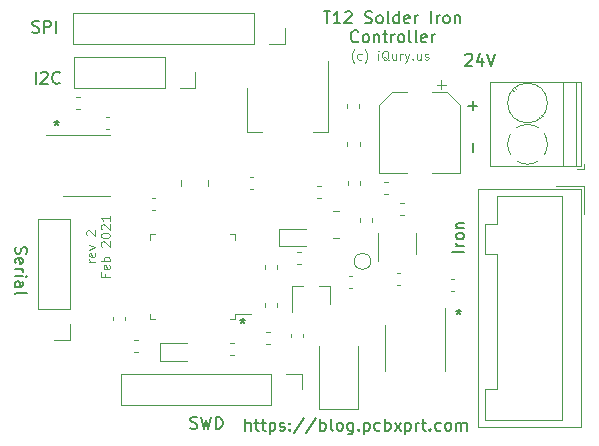
<source format=gto>
%TF.GenerationSoftware,KiCad,Pcbnew,5.99.0-unknown-70e6d0e79f~115~ubuntu20.04.1*%
%TF.CreationDate,2021-02-01T17:32:16-08:00*%
%TF.ProjectId,T12_Control,5431325f-436f-46e7-9472-6f6c2e6b6963,rev?*%
%TF.SameCoordinates,PXba85060PY68290a0*%
%TF.FileFunction,Legend,Top*%
%TF.FilePolarity,Positive*%
%FSLAX46Y46*%
G04 Gerber Fmt 4.6, Leading zero omitted, Abs format (unit mm)*
G04 Created by KiCad (PCBNEW 5.99.0-unknown-70e6d0e79f~115~ubuntu20.04.1) date 2021-02-01 17:32:16*
%MOMM*%
%LPD*%
G01*
G04 APERTURE LIST*
%ADD10C,0.101600*%
%ADD11C,0.150000*%
%ADD12C,0.120000*%
G04 APERTURE END LIST*
D10*
X7351304Y15439572D02*
X6843304Y15439572D01*
X6988447Y15439572D02*
X6915875Y15475858D01*
X6879590Y15512143D01*
X6843304Y15584715D01*
X6843304Y15657286D01*
X7315018Y16201572D02*
X7351304Y16129000D01*
X7351304Y15983858D01*
X7315018Y15911286D01*
X7242447Y15875000D01*
X6952161Y15875000D01*
X6879590Y15911286D01*
X6843304Y15983858D01*
X6843304Y16129000D01*
X6879590Y16201572D01*
X6952161Y16237858D01*
X7024732Y16237858D01*
X7097304Y15875000D01*
X6843304Y16491858D02*
X7351304Y16673286D01*
X6843304Y16854715D01*
X6661875Y17689286D02*
X6625590Y17725572D01*
X6589304Y17798143D01*
X6589304Y17979572D01*
X6625590Y18052143D01*
X6661875Y18088429D01*
X6734447Y18124715D01*
X6807018Y18124715D01*
X6915875Y18088429D01*
X7351304Y17653000D01*
X7351304Y18124715D01*
X8178981Y14459858D02*
X8178981Y14205858D01*
X8578124Y14205858D02*
X7816124Y14205858D01*
X7816124Y14568715D01*
X8541838Y15149286D02*
X8578124Y15076715D01*
X8578124Y14931572D01*
X8541838Y14859000D01*
X8469267Y14822715D01*
X8178981Y14822715D01*
X8106410Y14859000D01*
X8070124Y14931572D01*
X8070124Y15076715D01*
X8106410Y15149286D01*
X8178981Y15185572D01*
X8251552Y15185572D01*
X8324124Y14822715D01*
X8578124Y15512143D02*
X7816124Y15512143D01*
X8106410Y15512143D02*
X8070124Y15584715D01*
X8070124Y15729858D01*
X8106410Y15802429D01*
X8142695Y15838715D01*
X8215267Y15875000D01*
X8432981Y15875000D01*
X8505552Y15838715D01*
X8541838Y15802429D01*
X8578124Y15729858D01*
X8578124Y15584715D01*
X8541838Y15512143D01*
X7888695Y16745858D02*
X7852410Y16782143D01*
X7816124Y16854715D01*
X7816124Y17036143D01*
X7852410Y17108715D01*
X7888695Y17145000D01*
X7961267Y17181286D01*
X8033838Y17181286D01*
X8142695Y17145000D01*
X8578124Y16709572D01*
X8578124Y17181286D01*
X7816124Y17653000D02*
X7816124Y17725572D01*
X7852410Y17798143D01*
X7888695Y17834429D01*
X7961267Y17870715D01*
X8106410Y17907000D01*
X8287838Y17907000D01*
X8432981Y17870715D01*
X8505552Y17834429D01*
X8541838Y17798143D01*
X8578124Y17725572D01*
X8578124Y17653000D01*
X8541838Y17580429D01*
X8505552Y17544143D01*
X8432981Y17507858D01*
X8287838Y17471572D01*
X8106410Y17471572D01*
X7961267Y17507858D01*
X7888695Y17544143D01*
X7852410Y17580429D01*
X7816124Y17653000D01*
X7888695Y18197286D02*
X7852410Y18233572D01*
X7816124Y18306143D01*
X7816124Y18487572D01*
X7852410Y18560143D01*
X7888695Y18596429D01*
X7961267Y18632715D01*
X8033838Y18632715D01*
X8142695Y18596429D01*
X8578124Y18161000D01*
X8578124Y18632715D01*
X8578124Y19358429D02*
X8578124Y18923000D01*
X8578124Y19140715D02*
X7816124Y19140715D01*
X7924981Y19068143D01*
X7997552Y18995572D01*
X8033838Y18923000D01*
D11*
X39298571Y29066858D02*
X39298571Y28304953D01*
X38917619Y28685905D02*
X39679523Y28685905D01*
X39298571Y25543048D02*
X39298571Y24781143D01*
X2024190Y34901239D02*
X2167047Y34853620D01*
X2405142Y34853620D01*
X2500380Y34901239D01*
X2548000Y34948858D01*
X2595619Y35044096D01*
X2595619Y35139334D01*
X2548000Y35234572D01*
X2500380Y35282191D01*
X2405142Y35329810D01*
X2214666Y35377429D01*
X2119428Y35425048D01*
X2071809Y35472667D01*
X2024190Y35567905D01*
X2024190Y35663143D01*
X2071809Y35758381D01*
X2119428Y35806000D01*
X2214666Y35853620D01*
X2452761Y35853620D01*
X2595619Y35806000D01*
X3024190Y34853620D02*
X3024190Y35853620D01*
X3405142Y35853620D01*
X3500380Y35806000D01*
X3548000Y35758381D01*
X3595619Y35663143D01*
X3595619Y35520286D01*
X3548000Y35425048D01*
X3500380Y35377429D01*
X3405142Y35329810D01*
X3024190Y35329810D01*
X4024190Y34853620D02*
X4024190Y35853620D01*
X38100000Y11469620D02*
X38100000Y11231524D01*
X37861904Y11326762D02*
X38100000Y11231524D01*
X38338095Y11326762D01*
X37957142Y11041048D02*
X38100000Y11231524D01*
X38242857Y11041048D01*
X38552380Y16311715D02*
X37552380Y16311715D01*
X38552380Y16787905D02*
X37885714Y16787905D01*
X38076190Y16787905D02*
X37980952Y16835524D01*
X37933333Y16883143D01*
X37885714Y16978381D01*
X37885714Y17073620D01*
X38552380Y17549810D02*
X38504761Y17454572D01*
X38457142Y17406953D01*
X38361904Y17359334D01*
X38076190Y17359334D01*
X37980952Y17406953D01*
X37933333Y17454572D01*
X37885714Y17549810D01*
X37885714Y17692667D01*
X37933333Y17787905D01*
X37980952Y17835524D01*
X38076190Y17883143D01*
X38361904Y17883143D01*
X38457142Y17835524D01*
X38504761Y17787905D01*
X38552380Y17692667D01*
X38552380Y17549810D01*
X37885714Y18311715D02*
X38552380Y18311715D01*
X37980952Y18311715D02*
X37933333Y18359334D01*
X37885714Y18454572D01*
X37885714Y18597429D01*
X37933333Y18692667D01*
X38028571Y18740286D01*
X38552380Y18740286D01*
X2325809Y30535620D02*
X2325809Y31535620D01*
X2754380Y31440381D02*
X2802000Y31488000D01*
X2897238Y31535620D01*
X3135333Y31535620D01*
X3230571Y31488000D01*
X3278190Y31440381D01*
X3325809Y31345143D01*
X3325809Y31249905D01*
X3278190Y31107048D01*
X2706761Y30535620D01*
X3325809Y30535620D01*
X4325809Y30630858D02*
X4278190Y30583239D01*
X4135333Y30535620D01*
X4040095Y30535620D01*
X3897238Y30583239D01*
X3802000Y30678477D01*
X3754380Y30773715D01*
X3706761Y30964191D01*
X3706761Y31107048D01*
X3754380Y31297524D01*
X3802000Y31392762D01*
X3897238Y31488000D01*
X4040095Y31535620D01*
X4135333Y31535620D01*
X4278190Y31488000D01*
X4325809Y31440381D01*
X15406857Y1373239D02*
X15549714Y1325620D01*
X15787809Y1325620D01*
X15883047Y1373239D01*
X15930666Y1420858D01*
X15978285Y1516096D01*
X15978285Y1611334D01*
X15930666Y1706572D01*
X15883047Y1754191D01*
X15787809Y1801810D01*
X15597333Y1849429D01*
X15502095Y1897048D01*
X15454476Y1944667D01*
X15406857Y2039905D01*
X15406857Y2135143D01*
X15454476Y2230381D01*
X15502095Y2278000D01*
X15597333Y2325620D01*
X15835428Y2325620D01*
X15978285Y2278000D01*
X16311619Y2325620D02*
X16549714Y1325620D01*
X16740190Y2039905D01*
X16930666Y1325620D01*
X17168761Y2325620D01*
X17549714Y1325620D02*
X17549714Y2325620D01*
X17787809Y2325620D01*
X17930666Y2278000D01*
X18025904Y2182762D01*
X18073523Y2087524D01*
X18121142Y1897048D01*
X18121142Y1754191D01*
X18073523Y1563715D01*
X18025904Y1468477D01*
X17930666Y1373239D01*
X17787809Y1325620D01*
X17549714Y1325620D01*
X26678666Y36658620D02*
X27250095Y36658620D01*
X26964380Y35658620D02*
X26964380Y36658620D01*
X28107238Y35658620D02*
X27535809Y35658620D01*
X27821523Y35658620D02*
X27821523Y36658620D01*
X27726285Y36515762D01*
X27631047Y36420524D01*
X27535809Y36372905D01*
X28488190Y36563381D02*
X28535809Y36611000D01*
X28631047Y36658620D01*
X28869142Y36658620D01*
X28964380Y36611000D01*
X29012000Y36563381D01*
X29059619Y36468143D01*
X29059619Y36372905D01*
X29012000Y36230048D01*
X28440571Y35658620D01*
X29059619Y35658620D01*
X30202476Y35706239D02*
X30345333Y35658620D01*
X30583428Y35658620D01*
X30678666Y35706239D01*
X30726285Y35753858D01*
X30773904Y35849096D01*
X30773904Y35944334D01*
X30726285Y36039572D01*
X30678666Y36087191D01*
X30583428Y36134810D01*
X30392952Y36182429D01*
X30297714Y36230048D01*
X30250095Y36277667D01*
X30202476Y36372905D01*
X30202476Y36468143D01*
X30250095Y36563381D01*
X30297714Y36611000D01*
X30392952Y36658620D01*
X30631047Y36658620D01*
X30773904Y36611000D01*
X31345333Y35658620D02*
X31250095Y35706239D01*
X31202476Y35753858D01*
X31154857Y35849096D01*
X31154857Y36134810D01*
X31202476Y36230048D01*
X31250095Y36277667D01*
X31345333Y36325286D01*
X31488190Y36325286D01*
X31583428Y36277667D01*
X31631047Y36230048D01*
X31678666Y36134810D01*
X31678666Y35849096D01*
X31631047Y35753858D01*
X31583428Y35706239D01*
X31488190Y35658620D01*
X31345333Y35658620D01*
X32250095Y35658620D02*
X32154857Y35706239D01*
X32107238Y35801477D01*
X32107238Y36658620D01*
X33059619Y35658620D02*
X33059619Y36658620D01*
X33059619Y35706239D02*
X32964380Y35658620D01*
X32773904Y35658620D01*
X32678666Y35706239D01*
X32631047Y35753858D01*
X32583428Y35849096D01*
X32583428Y36134810D01*
X32631047Y36230048D01*
X32678666Y36277667D01*
X32773904Y36325286D01*
X32964380Y36325286D01*
X33059619Y36277667D01*
X33916761Y35706239D02*
X33821523Y35658620D01*
X33631047Y35658620D01*
X33535809Y35706239D01*
X33488190Y35801477D01*
X33488190Y36182429D01*
X33535809Y36277667D01*
X33631047Y36325286D01*
X33821523Y36325286D01*
X33916761Y36277667D01*
X33964380Y36182429D01*
X33964380Y36087191D01*
X33488190Y35991953D01*
X34392952Y35658620D02*
X34392952Y36325286D01*
X34392952Y36134810D02*
X34440571Y36230048D01*
X34488190Y36277667D01*
X34583428Y36325286D01*
X34678666Y36325286D01*
X35773904Y35658620D02*
X35773904Y36658620D01*
X36250095Y35658620D02*
X36250095Y36325286D01*
X36250095Y36134810D02*
X36297714Y36230048D01*
X36345333Y36277667D01*
X36440571Y36325286D01*
X36535809Y36325286D01*
X37012000Y35658620D02*
X36916761Y35706239D01*
X36869142Y35753858D01*
X36821523Y35849096D01*
X36821523Y36134810D01*
X36869142Y36230048D01*
X36916761Y36277667D01*
X37012000Y36325286D01*
X37154857Y36325286D01*
X37250095Y36277667D01*
X37297714Y36230048D01*
X37345333Y36134810D01*
X37345333Y35849096D01*
X37297714Y35753858D01*
X37250095Y35706239D01*
X37154857Y35658620D01*
X37012000Y35658620D01*
X37773904Y36325286D02*
X37773904Y35658620D01*
X37773904Y36230048D02*
X37821523Y36277667D01*
X37916761Y36325286D01*
X38059619Y36325286D01*
X38154857Y36277667D01*
X38202476Y36182429D01*
X38202476Y35658620D01*
X29607238Y34143858D02*
X29559619Y34096239D01*
X29416761Y34048620D01*
X29321523Y34048620D01*
X29178666Y34096239D01*
X29083428Y34191477D01*
X29035809Y34286715D01*
X28988190Y34477191D01*
X28988190Y34620048D01*
X29035809Y34810524D01*
X29083428Y34905762D01*
X29178666Y35001000D01*
X29321523Y35048620D01*
X29416761Y35048620D01*
X29559619Y35001000D01*
X29607238Y34953381D01*
X30178666Y34048620D02*
X30083428Y34096239D01*
X30035809Y34143858D01*
X29988190Y34239096D01*
X29988190Y34524810D01*
X30035809Y34620048D01*
X30083428Y34667667D01*
X30178666Y34715286D01*
X30321523Y34715286D01*
X30416761Y34667667D01*
X30464380Y34620048D01*
X30512000Y34524810D01*
X30512000Y34239096D01*
X30464380Y34143858D01*
X30416761Y34096239D01*
X30321523Y34048620D01*
X30178666Y34048620D01*
X30940571Y34715286D02*
X30940571Y34048620D01*
X30940571Y34620048D02*
X30988190Y34667667D01*
X31083428Y34715286D01*
X31226285Y34715286D01*
X31321523Y34667667D01*
X31369142Y34572429D01*
X31369142Y34048620D01*
X31702476Y34715286D02*
X32083428Y34715286D01*
X31845333Y35048620D02*
X31845333Y34191477D01*
X31892952Y34096239D01*
X31988190Y34048620D01*
X32083428Y34048620D01*
X32416761Y34048620D02*
X32416761Y34715286D01*
X32416761Y34524810D02*
X32464380Y34620048D01*
X32512000Y34667667D01*
X32607238Y34715286D01*
X32702476Y34715286D01*
X33178666Y34048620D02*
X33083428Y34096239D01*
X33035809Y34143858D01*
X32988190Y34239096D01*
X32988190Y34524810D01*
X33035809Y34620048D01*
X33083428Y34667667D01*
X33178666Y34715286D01*
X33321523Y34715286D01*
X33416761Y34667667D01*
X33464380Y34620048D01*
X33512000Y34524810D01*
X33512000Y34239096D01*
X33464380Y34143858D01*
X33416761Y34096239D01*
X33321523Y34048620D01*
X33178666Y34048620D01*
X34083428Y34048620D02*
X33988190Y34096239D01*
X33940571Y34191477D01*
X33940571Y35048620D01*
X34607238Y34048620D02*
X34512000Y34096239D01*
X34464380Y34191477D01*
X34464380Y35048620D01*
X35369142Y34096239D02*
X35273904Y34048620D01*
X35083428Y34048620D01*
X34988190Y34096239D01*
X34940571Y34191477D01*
X34940571Y34572429D01*
X34988190Y34667667D01*
X35083428Y34715286D01*
X35273904Y34715286D01*
X35369142Y34667667D01*
X35416761Y34572429D01*
X35416761Y34477191D01*
X34940571Y34381953D01*
X35845333Y34048620D02*
X35845333Y34715286D01*
X35845333Y34524810D02*
X35892952Y34620048D01*
X35940571Y34667667D01*
X36035809Y34715286D01*
X36131047Y34715286D01*
X20062857Y1167620D02*
X20062857Y2167620D01*
X20491428Y1167620D02*
X20491428Y1691429D01*
X20443809Y1786667D01*
X20348571Y1834286D01*
X20205714Y1834286D01*
X20110476Y1786667D01*
X20062857Y1739048D01*
X20824761Y1834286D02*
X21205714Y1834286D01*
X20967619Y2167620D02*
X20967619Y1310477D01*
X21015238Y1215239D01*
X21110476Y1167620D01*
X21205714Y1167620D01*
X21396190Y1834286D02*
X21777142Y1834286D01*
X21539047Y2167620D02*
X21539047Y1310477D01*
X21586666Y1215239D01*
X21681904Y1167620D01*
X21777142Y1167620D01*
X22110476Y1834286D02*
X22110476Y834286D01*
X22110476Y1786667D02*
X22205714Y1834286D01*
X22396190Y1834286D01*
X22491428Y1786667D01*
X22539047Y1739048D01*
X22586666Y1643810D01*
X22586666Y1358096D01*
X22539047Y1262858D01*
X22491428Y1215239D01*
X22396190Y1167620D01*
X22205714Y1167620D01*
X22110476Y1215239D01*
X22967619Y1215239D02*
X23062857Y1167620D01*
X23253333Y1167620D01*
X23348571Y1215239D01*
X23396190Y1310477D01*
X23396190Y1358096D01*
X23348571Y1453334D01*
X23253333Y1500953D01*
X23110476Y1500953D01*
X23015238Y1548572D01*
X22967619Y1643810D01*
X22967619Y1691429D01*
X23015238Y1786667D01*
X23110476Y1834286D01*
X23253333Y1834286D01*
X23348571Y1786667D01*
X23824761Y1262858D02*
X23872380Y1215239D01*
X23824761Y1167620D01*
X23777142Y1215239D01*
X23824761Y1262858D01*
X23824761Y1167620D01*
X23824761Y1786667D02*
X23872380Y1739048D01*
X23824761Y1691429D01*
X23777142Y1739048D01*
X23824761Y1786667D01*
X23824761Y1691429D01*
X25015238Y2215239D02*
X24158095Y929524D01*
X26062857Y2215239D02*
X25205714Y929524D01*
X26396190Y1167620D02*
X26396190Y2167620D01*
X26396190Y1786667D02*
X26491428Y1834286D01*
X26681904Y1834286D01*
X26777142Y1786667D01*
X26824761Y1739048D01*
X26872380Y1643810D01*
X26872380Y1358096D01*
X26824761Y1262858D01*
X26777142Y1215239D01*
X26681904Y1167620D01*
X26491428Y1167620D01*
X26396190Y1215239D01*
X27443809Y1167620D02*
X27348571Y1215239D01*
X27300952Y1310477D01*
X27300952Y2167620D01*
X27967619Y1167620D02*
X27872380Y1215239D01*
X27824761Y1262858D01*
X27777142Y1358096D01*
X27777142Y1643810D01*
X27824761Y1739048D01*
X27872380Y1786667D01*
X27967619Y1834286D01*
X28110476Y1834286D01*
X28205714Y1786667D01*
X28253333Y1739048D01*
X28300952Y1643810D01*
X28300952Y1358096D01*
X28253333Y1262858D01*
X28205714Y1215239D01*
X28110476Y1167620D01*
X27967619Y1167620D01*
X29158095Y1834286D02*
X29158095Y1024762D01*
X29110476Y929524D01*
X29062857Y881905D01*
X28967619Y834286D01*
X28824761Y834286D01*
X28729523Y881905D01*
X29158095Y1215239D02*
X29062857Y1167620D01*
X28872380Y1167620D01*
X28777142Y1215239D01*
X28729523Y1262858D01*
X28681904Y1358096D01*
X28681904Y1643810D01*
X28729523Y1739048D01*
X28777142Y1786667D01*
X28872380Y1834286D01*
X29062857Y1834286D01*
X29158095Y1786667D01*
X29634285Y1262858D02*
X29681904Y1215239D01*
X29634285Y1167620D01*
X29586666Y1215239D01*
X29634285Y1262858D01*
X29634285Y1167620D01*
X30110476Y1834286D02*
X30110476Y834286D01*
X30110476Y1786667D02*
X30205714Y1834286D01*
X30396190Y1834286D01*
X30491428Y1786667D01*
X30539047Y1739048D01*
X30586666Y1643810D01*
X30586666Y1358096D01*
X30539047Y1262858D01*
X30491428Y1215239D01*
X30396190Y1167620D01*
X30205714Y1167620D01*
X30110476Y1215239D01*
X31443809Y1215239D02*
X31348571Y1167620D01*
X31158095Y1167620D01*
X31062857Y1215239D01*
X31015238Y1262858D01*
X30967619Y1358096D01*
X30967619Y1643810D01*
X31015238Y1739048D01*
X31062857Y1786667D01*
X31158095Y1834286D01*
X31348571Y1834286D01*
X31443809Y1786667D01*
X31872380Y1167620D02*
X31872380Y2167620D01*
X31872380Y1786667D02*
X31967619Y1834286D01*
X32158095Y1834286D01*
X32253333Y1786667D01*
X32300952Y1739048D01*
X32348571Y1643810D01*
X32348571Y1358096D01*
X32300952Y1262858D01*
X32253333Y1215239D01*
X32158095Y1167620D01*
X31967619Y1167620D01*
X31872380Y1215239D01*
X32681904Y1167620D02*
X33205714Y1834286D01*
X32681904Y1834286D02*
X33205714Y1167620D01*
X33586666Y1834286D02*
X33586666Y834286D01*
X33586666Y1786667D02*
X33681904Y1834286D01*
X33872380Y1834286D01*
X33967619Y1786667D01*
X34015238Y1739048D01*
X34062857Y1643810D01*
X34062857Y1358096D01*
X34015238Y1262858D01*
X33967619Y1215239D01*
X33872380Y1167620D01*
X33681904Y1167620D01*
X33586666Y1215239D01*
X34491428Y1167620D02*
X34491428Y1834286D01*
X34491428Y1643810D02*
X34539047Y1739048D01*
X34586666Y1786667D01*
X34681904Y1834286D01*
X34777142Y1834286D01*
X34967619Y1834286D02*
X35348571Y1834286D01*
X35110476Y2167620D02*
X35110476Y1310477D01*
X35158095Y1215239D01*
X35253333Y1167620D01*
X35348571Y1167620D01*
X35681904Y1262858D02*
X35729523Y1215239D01*
X35681904Y1167620D01*
X35634285Y1215239D01*
X35681904Y1262858D01*
X35681904Y1167620D01*
X36586666Y1215239D02*
X36491428Y1167620D01*
X36300952Y1167620D01*
X36205714Y1215239D01*
X36158095Y1262858D01*
X36110476Y1358096D01*
X36110476Y1643810D01*
X36158095Y1739048D01*
X36205714Y1786667D01*
X36300952Y1834286D01*
X36491428Y1834286D01*
X36586666Y1786667D01*
X37158095Y1167620D02*
X37062857Y1215239D01*
X37015238Y1262858D01*
X36967619Y1358096D01*
X36967619Y1643810D01*
X37015238Y1739048D01*
X37062857Y1786667D01*
X37158095Y1834286D01*
X37300952Y1834286D01*
X37396190Y1786667D01*
X37443809Y1739048D01*
X37491428Y1643810D01*
X37491428Y1358096D01*
X37443809Y1262858D01*
X37396190Y1215239D01*
X37300952Y1167620D01*
X37158095Y1167620D01*
X37920000Y1167620D02*
X37920000Y1834286D01*
X37920000Y1739048D02*
X37967619Y1786667D01*
X38062857Y1834286D01*
X38205714Y1834286D01*
X38300952Y1786667D01*
X38348571Y1691429D01*
X38348571Y1167620D01*
X38348571Y1691429D02*
X38396190Y1786667D01*
X38491428Y1834286D01*
X38634285Y1834286D01*
X38729523Y1786667D01*
X38777142Y1691429D01*
X38777142Y1167620D01*
X611238Y16708191D02*
X563619Y16565334D01*
X563619Y16327239D01*
X611238Y16232000D01*
X658857Y16184381D01*
X754095Y16136762D01*
X849333Y16136762D01*
X944571Y16184381D01*
X992190Y16232000D01*
X1039809Y16327239D01*
X1087428Y16517715D01*
X1135047Y16612953D01*
X1182666Y16660572D01*
X1277904Y16708191D01*
X1373142Y16708191D01*
X1468380Y16660572D01*
X1516000Y16612953D01*
X1563619Y16517715D01*
X1563619Y16279620D01*
X1516000Y16136762D01*
X611238Y15327239D02*
X563619Y15422477D01*
X563619Y15612953D01*
X611238Y15708191D01*
X706476Y15755810D01*
X1087428Y15755810D01*
X1182666Y15708191D01*
X1230285Y15612953D01*
X1230285Y15422477D01*
X1182666Y15327239D01*
X1087428Y15279620D01*
X992190Y15279620D01*
X896952Y15755810D01*
X563619Y14851048D02*
X1230285Y14851048D01*
X1039809Y14851048D02*
X1135047Y14803429D01*
X1182666Y14755810D01*
X1230285Y14660572D01*
X1230285Y14565334D01*
X563619Y14232000D02*
X1230285Y14232000D01*
X1563619Y14232000D02*
X1516000Y14279620D01*
X1468380Y14232000D01*
X1516000Y14184381D01*
X1563619Y14232000D01*
X1468380Y14232000D01*
X563619Y13327239D02*
X1087428Y13327239D01*
X1182666Y13374858D01*
X1230285Y13470096D01*
X1230285Y13660572D01*
X1182666Y13755810D01*
X611238Y13327239D02*
X563619Y13422477D01*
X563619Y13660572D01*
X611238Y13755810D01*
X706476Y13803429D01*
X801714Y13803429D01*
X896952Y13755810D01*
X944571Y13660572D01*
X944571Y13422477D01*
X992190Y13327239D01*
X563619Y12708191D02*
X611238Y12803429D01*
X706476Y12851048D01*
X1563619Y12851048D01*
X19812000Y10707620D02*
X19812000Y10469524D01*
X19573904Y10564762D02*
X19812000Y10469524D01*
X20050095Y10564762D01*
X19669142Y10279048D02*
X19812000Y10469524D01*
X19954857Y10279048D01*
X4064000Y27471620D02*
X4064000Y27233524D01*
X3825904Y27328762D02*
X4064000Y27233524D01*
X4302095Y27328762D01*
X3921142Y27043048D02*
X4064000Y27233524D01*
X4206857Y27043048D01*
D10*
X29285182Y32285000D02*
X29248897Y32321286D01*
X29176325Y32430143D01*
X29140040Y32502715D01*
X29103754Y32611572D01*
X29067468Y32793000D01*
X29067468Y32938143D01*
X29103754Y33119572D01*
X29140040Y33228429D01*
X29176325Y33301000D01*
X29248897Y33409858D01*
X29285182Y33446143D01*
X29902040Y32611572D02*
X29829468Y32575286D01*
X29684325Y32575286D01*
X29611754Y32611572D01*
X29575468Y32647858D01*
X29539182Y32720429D01*
X29539182Y32938143D01*
X29575468Y33010715D01*
X29611754Y33047000D01*
X29684325Y33083286D01*
X29829468Y33083286D01*
X29902040Y33047000D01*
X30156040Y32285000D02*
X30192325Y32321286D01*
X30264897Y32430143D01*
X30301182Y32502715D01*
X30337468Y32611572D01*
X30373754Y32793000D01*
X30373754Y32938143D01*
X30337468Y33119572D01*
X30301182Y33228429D01*
X30264897Y33301000D01*
X30192325Y33409858D01*
X30156040Y33446143D01*
X31317182Y32575286D02*
X31317182Y33083286D01*
X31317182Y33337286D02*
X31280897Y33301000D01*
X31317182Y33264715D01*
X31353468Y33301000D01*
X31317182Y33337286D01*
X31317182Y33264715D01*
X32188040Y32502715D02*
X32115468Y32539000D01*
X32042897Y32611572D01*
X31934040Y32720429D01*
X31861468Y32756715D01*
X31788897Y32756715D01*
X31825182Y32575286D02*
X31752611Y32611572D01*
X31680040Y32684143D01*
X31643754Y32829286D01*
X31643754Y33083286D01*
X31680040Y33228429D01*
X31752611Y33301000D01*
X31825182Y33337286D01*
X31970325Y33337286D01*
X32042897Y33301000D01*
X32115468Y33228429D01*
X32151754Y33083286D01*
X32151754Y32829286D01*
X32115468Y32684143D01*
X32042897Y32611572D01*
X31970325Y32575286D01*
X31825182Y32575286D01*
X32804897Y33083286D02*
X32804897Y32575286D01*
X32478325Y33083286D02*
X32478325Y32684143D01*
X32514611Y32611572D01*
X32587182Y32575286D01*
X32696040Y32575286D01*
X32768611Y32611572D01*
X32804897Y32647858D01*
X33167754Y32575286D02*
X33167754Y33083286D01*
X33167754Y32938143D02*
X33204040Y33010715D01*
X33240325Y33047000D01*
X33312897Y33083286D01*
X33385468Y33083286D01*
X33566897Y33083286D02*
X33748325Y32575286D01*
X33929754Y33083286D02*
X33748325Y32575286D01*
X33675754Y32393858D01*
X33639468Y32357572D01*
X33566897Y32321286D01*
X34220040Y32647858D02*
X34256325Y32611572D01*
X34220040Y32575286D01*
X34183754Y32611572D01*
X34220040Y32647858D01*
X34220040Y32575286D01*
X34909468Y33083286D02*
X34909468Y32575286D01*
X34582897Y33083286D02*
X34582897Y32684143D01*
X34619182Y32611572D01*
X34691754Y32575286D01*
X34800611Y32575286D01*
X34873182Y32611572D01*
X34909468Y32647858D01*
X35236040Y32611572D02*
X35308611Y32575286D01*
X35453754Y32575286D01*
X35526325Y32611572D01*
X35562611Y32684143D01*
X35562611Y32720429D01*
X35526325Y32793000D01*
X35453754Y32829286D01*
X35344897Y32829286D01*
X35272325Y32865572D01*
X35236040Y32938143D01*
X35236040Y32974429D01*
X35272325Y33047000D01*
X35344897Y33083286D01*
X35453754Y33083286D01*
X35526325Y33047000D01*
D11*
X38687523Y32964381D02*
X38735142Y33012000D01*
X38830380Y33059620D01*
X39068476Y33059620D01*
X39163714Y33012000D01*
X39211333Y32964381D01*
X39258952Y32869143D01*
X39258952Y32773905D01*
X39211333Y32631048D01*
X38639904Y32059620D01*
X39258952Y32059620D01*
X40116095Y32726286D02*
X40116095Y32059620D01*
X39878000Y33107239D02*
X39639904Y32392953D01*
X40258952Y32392953D01*
X40497047Y33059620D02*
X40830380Y32059620D01*
X41163714Y33059620D01*
D12*
%TO.C,R9*%
X10982779Y8830000D02*
X10657221Y8830000D01*
X10982779Y7810000D02*
X10657221Y7810000D01*
%TO.C,D3*%
X12835000Y7085000D02*
X15120000Y7085000D01*
X12835000Y8555000D02*
X12835000Y7085000D01*
X15120000Y8555000D02*
X12835000Y8555000D01*
%TO.C,Q2*%
X24040000Y13380000D02*
X24970000Y13380000D01*
X24040000Y13380000D02*
X24040000Y11220000D01*
X27200000Y13380000D02*
X27200000Y11920000D01*
X27200000Y13380000D02*
X26270000Y13380000D01*
%TO.C,R6*%
X33508455Y19445758D02*
X33182897Y19445758D01*
X33508455Y20465758D02*
X33182897Y20465758D01*
%TO.C,C6*%
X19080566Y8601894D02*
X18755008Y8601894D01*
X19080566Y7581894D02*
X18755008Y7581894D01*
%TO.C,J5*%
X9482722Y5977271D02*
X9482722Y3317271D01*
X22242722Y5977271D02*
X22242722Y3317271D01*
X24842722Y5977271D02*
X24842722Y4647271D01*
X22242722Y5977271D02*
X9482722Y5977271D01*
X23512722Y5977271D02*
X24842722Y5977271D01*
X22242722Y3317271D02*
X9482722Y3317271D01*
%TO.C,U1*%
X20210000Y30170000D02*
X20210000Y26410000D01*
X27030000Y26410000D02*
X25770000Y26410000D01*
X27030000Y32420000D02*
X27030000Y26410000D01*
X20210000Y26410000D02*
X21470000Y26410000D01*
%TO.C,C8*%
X12114628Y20830848D02*
X12440186Y20830848D01*
X12114628Y19810848D02*
X12440186Y19810848D01*
%TO.C,C11*%
X21702495Y11648233D02*
X21702495Y11973791D01*
X22722495Y11648233D02*
X22722495Y11973791D01*
%TO.C,C5*%
X6041323Y28381309D02*
X5715765Y28381309D01*
X6041323Y29401309D02*
X5715765Y29401309D01*
%TO.C,J6*%
X5173130Y8830000D02*
X3843130Y8830000D01*
X5173130Y19110000D02*
X2513130Y19110000D01*
X2513130Y11430000D02*
X2513130Y19110000D01*
X5173130Y10160000D02*
X5173130Y8830000D01*
X5173130Y11430000D02*
X5173130Y19110000D01*
X5173130Y11430000D02*
X2513130Y11430000D01*
%TO.C,C9*%
X8544779Y26668000D02*
X8219221Y26668000D01*
X8544779Y27688000D02*
X8219221Y27688000D01*
%TO.C,R8*%
X24930000Y9382779D02*
X24930000Y9057221D01*
X23910000Y9382779D02*
X23910000Y9057221D01*
%TO.C,D2*%
X22899000Y18261000D02*
X22899000Y16791000D01*
X25184000Y18261000D02*
X22899000Y18261000D01*
X22899000Y16791000D02*
X25184000Y16791000D01*
%TO.C,U3*%
X31275247Y17935610D02*
X31275247Y15485610D01*
X34495247Y16135610D02*
X34495247Y17935610D01*
%TO.C,C4*%
X26455061Y20815438D02*
X26129503Y20815438D01*
X26455061Y21835438D02*
X26129503Y21835438D01*
%TO.C,C2*%
X28662215Y28806542D02*
X28662215Y28480984D01*
X29682215Y28806542D02*
X29682215Y28480984D01*
%TO.C,R3*%
X29118779Y13206000D02*
X28793221Y13206000D01*
X29118779Y14226000D02*
X28793221Y14226000D01*
%TO.C,C1*%
X37432215Y12968581D02*
X37757773Y12968581D01*
X37432215Y13988581D02*
X37757773Y13988581D01*
%TO.C,J1*%
X48742000Y23350000D02*
X48742000Y23750000D01*
X42873000Y30175000D02*
X43001000Y30046000D01*
X45123000Y27925000D02*
X45216000Y27831000D01*
X48042000Y23590000D02*
X48042000Y30710000D01*
X44883000Y27755000D02*
X45011000Y27626000D01*
X42667000Y29970000D02*
X42761000Y29876000D01*
X48502000Y23590000D02*
X48502000Y30710000D01*
X40782000Y23590000D02*
X48502000Y23590000D01*
X46942000Y23590000D02*
X46942000Y30710000D01*
X40782000Y23590000D02*
X40782000Y30710000D01*
X48102000Y23350000D02*
X48742000Y23350000D01*
X40782000Y30710000D02*
X48502000Y30710000D01*
X45366721Y26290264D02*
G75*
G02*
X45622000Y25400000I-1424721J-890264D01*
G01*
X44831894Y23974642D02*
G75*
G02*
X43076000Y23960000I-889894J1425358D01*
G01*
X43051807Y26825505D02*
G75*
G02*
X44833000Y26825000I890193J-1425505D01*
G01*
X45622099Y25428674D02*
G75*
G02*
X45382000Y24534000I-1680099J-28674D01*
G01*
X42516642Y24510106D02*
G75*
G02*
X42502000Y26266000I1425358J889894D01*
G01*
X45622000Y28900000D02*
G75*
G03*
X45622000Y28900000I-1680000J0D01*
G01*
%TO.C,RN1*%
X28014503Y17447259D02*
X27514503Y17447259D01*
X28014503Y19727259D02*
X27514503Y19727259D01*
%TO.C,C3*%
X20411221Y21588000D02*
X20736779Y21588000D01*
X20411221Y22608000D02*
X20736779Y22608000D01*
%TO.C,R2*%
X29720000Y25562779D02*
X29720000Y25237221D01*
X28700000Y25562779D02*
X28700000Y25237221D01*
%TO.C,C14*%
X21820871Y9494958D02*
X22146429Y9494958D01*
X21820871Y8474958D02*
X22146429Y8474958D01*
%TO.C,Q1*%
X31857000Y8128000D02*
X31857000Y10078000D01*
X31857000Y8128000D02*
X31857000Y6178000D01*
X36977000Y8128000D02*
X36977000Y11578000D01*
X36977000Y8128000D02*
X36977000Y6178000D01*
%TO.C,C7*%
X8873143Y10493439D02*
X8873143Y10818997D01*
X9893143Y10493439D02*
X9893143Y10818997D01*
%TO.C,R1*%
X33182779Y14480000D02*
X32857221Y14480000D01*
X33182779Y13460000D02*
X32857221Y13460000D01*
%TO.C,R7*%
X24455687Y15256138D02*
X24781245Y15256138D01*
X24455687Y16276138D02*
X24781245Y16276138D01*
%TO.C,RN2*%
X16888000Y21848000D02*
X16888000Y22348000D01*
X14608000Y21848000D02*
X14608000Y22348000D01*
%TO.C,U2*%
X6604000Y26182000D02*
X3154000Y26182000D01*
X6604000Y21062000D02*
X4654000Y21062000D01*
X6604000Y21062000D02*
X8554000Y21062000D01*
X6604000Y26182000D02*
X8554000Y26182000D01*
%TO.C,C10*%
X21689899Y15177269D02*
X21689899Y14851711D01*
X22709899Y15177269D02*
X22709899Y14851711D01*
%TO.C,J2*%
X39736000Y1474000D02*
X48456000Y1474000D01*
X41346000Y4684000D02*
X40346000Y4684000D01*
X46846000Y2084000D02*
X46846000Y20984000D01*
X40346000Y4684000D02*
X40346000Y2084000D01*
X40346000Y16084000D02*
X41346000Y16084000D01*
X39736000Y21594000D02*
X39736000Y1474000D01*
X46346000Y21894000D02*
X48756000Y21894000D01*
X46846000Y20984000D02*
X41346000Y20984000D01*
X48456000Y21594000D02*
X39736000Y21594000D01*
X48756000Y21894000D02*
X48756000Y19484000D01*
X41346000Y18684000D02*
X40346000Y18684000D01*
X40346000Y2084000D02*
X46846000Y2084000D01*
X40346000Y18684000D02*
X40346000Y16084000D01*
X41346000Y16084000D02*
X41346000Y4684000D01*
X48456000Y1474000D02*
X48456000Y21594000D01*
X41346000Y20984000D02*
X41346000Y18684000D01*
%TO.C,D1*%
X26290000Y2950000D02*
X29590000Y2950000D01*
X29590000Y2950000D02*
X29590000Y8350000D01*
X26290000Y2950000D02*
X26290000Y8350000D01*
%TO.C,C13*%
X29778516Y18852233D02*
X29778516Y19177791D01*
X30798516Y18852233D02*
X30798516Y19177791D01*
%TO.C,J4*%
X13209162Y32818285D02*
X13209162Y30158285D01*
X15809162Y30158285D02*
X14479162Y30158285D01*
X5529162Y32818285D02*
X5529162Y30158285D01*
X13209162Y32818285D02*
X5529162Y32818285D01*
X15809162Y31488285D02*
X15809162Y30158285D01*
X13209162Y30158285D02*
X5529162Y30158285D01*
%TO.C,J3*%
X23393440Y33880654D02*
X22063440Y33880654D01*
X20793440Y33880654D02*
X5493440Y33880654D01*
X5493440Y36540654D02*
X5493440Y33880654D01*
X20793440Y36540654D02*
X5493440Y36540654D01*
X20793440Y36540654D02*
X20793440Y33880654D01*
X23393440Y35210654D02*
X23393440Y33880654D01*
%TO.C,R4*%
X29722877Y22324846D02*
X29722877Y21999288D01*
X28702877Y22324846D02*
X28702877Y21999288D01*
%TO.C,C12*%
X37143563Y29826000D02*
X35858000Y29826000D01*
X36645500Y30853500D02*
X36645500Y30066000D01*
X31388000Y28761563D02*
X31388000Y23006000D01*
X37039250Y30459750D02*
X36251750Y30459750D01*
X38208000Y28761563D02*
X38208000Y23006000D01*
X32452437Y29826000D02*
X33738000Y29826000D01*
X31388000Y23006000D02*
X33738000Y23006000D01*
X38208000Y23006000D02*
X35858000Y23006000D01*
X37143563Y29826000D02*
X38208000Y28761563D01*
X32452437Y29826000D02*
X31388000Y28761563D01*
%TO.C,TP1*%
X30672000Y15494000D02*
G75*
G03*
X30672000Y15494000I-700000J0D01*
G01*
%TO.C,U4*%
X12432500Y10570000D02*
X11982500Y10570000D01*
X19202500Y17790000D02*
X19202500Y17340000D01*
X12432500Y17790000D02*
X11982500Y17790000D01*
X18752500Y17790000D02*
X19202500Y17790000D01*
X18752500Y10570000D02*
X19202500Y10570000D01*
X11982500Y17790000D02*
X11982500Y17340000D01*
X19202500Y11020000D02*
X20492500Y11020000D01*
X11982500Y10570000D02*
X11982500Y11020000D01*
X19202500Y10570000D02*
X19202500Y11020000D01*
%TO.C,R5*%
X32124573Y22253019D02*
X31799015Y22253019D01*
X32124573Y21233019D02*
X31799015Y21233019D01*
%TD*%
M02*

</source>
